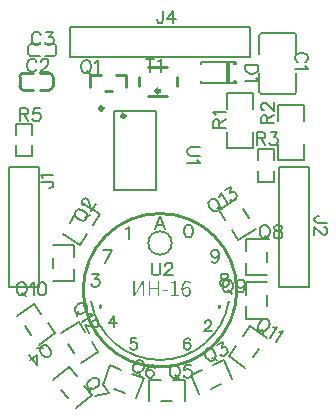
<source format=gto>
G04 Layer: TopSilkscreenLayer*
G04 EasyEDA v6.5.48, 2025-02-28 21:12:29*
G04 f07ec6733612464396c25f3e913e17d3,f6e0bafd38ec4930a7932960837fbf78,10*
G04 Gerber Generator version 0.2*
G04 Scale: 100 percent, Rotated: No, Reflected: No *
G04 Dimensions in millimeters *
G04 leading zeros omitted , absolute positions ,4 integer and 5 decimal *
%FSLAX45Y45*%
%MOMM*%

%ADD10C,0.1524*%
%ADD11C,0.1520*%
%ADD12C,0.2540*%
%ADD13C,0.1520*%
%ADD14C,0.2032*%
%ADD15C,0.2030*%
%ADD16C,0.3000*%
%ADD17C,0.0195*%

%LPD*%
G36*
X1506118Y-2169820D02*
G01*
X1501495Y-2170023D01*
X1496923Y-2170734D01*
X1492453Y-2171954D01*
X1488135Y-2173630D01*
X1484020Y-2175865D01*
X1480058Y-2178608D01*
X1476349Y-2181961D01*
X1472895Y-2185873D01*
X1469745Y-2190394D01*
X1466900Y-2195525D01*
X1464411Y-2201316D01*
X1462328Y-2207768D01*
X1460652Y-2214880D01*
X1459382Y-2222652D01*
X1458620Y-2231186D01*
X1458366Y-2240432D01*
X1458706Y-2249830D01*
X1472590Y-2249830D01*
X1479448Y-2242007D01*
X1486458Y-2236724D01*
X1493367Y-2233726D01*
X1499768Y-2232812D01*
X1505661Y-2233320D01*
X1510690Y-2234895D01*
X1514957Y-2237435D01*
X1518361Y-2240889D01*
X1521053Y-2245207D01*
X1522933Y-2250287D01*
X1524050Y-2256078D01*
X1524406Y-2262530D01*
X1523949Y-2269083D01*
X1522679Y-2275027D01*
X1520596Y-2280310D01*
X1517853Y-2284730D01*
X1514449Y-2288336D01*
X1510588Y-2291029D01*
X1506270Y-2292705D01*
X1501546Y-2293264D01*
X1497380Y-2292908D01*
X1493520Y-2291943D01*
X1489964Y-2290368D01*
X1486763Y-2288133D01*
X1483868Y-2285339D01*
X1481277Y-2281936D01*
X1478991Y-2277922D01*
X1477060Y-2273401D01*
X1475435Y-2268270D01*
X1474165Y-2262632D01*
X1473200Y-2256485D01*
X1472590Y-2249830D01*
X1458706Y-2249830D01*
X1459179Y-2255418D01*
X1460195Y-2262225D01*
X1461566Y-2268474D01*
X1463294Y-2274265D01*
X1465376Y-2279497D01*
X1467815Y-2284272D01*
X1470507Y-2288540D01*
X1473555Y-2292350D01*
X1476857Y-2295601D01*
X1480413Y-2298395D01*
X1484172Y-2300630D01*
X1488236Y-2302408D01*
X1492453Y-2303678D01*
X1496923Y-2304440D01*
X1501546Y-2304694D01*
X1506372Y-2304338D01*
X1511046Y-2303322D01*
X1515516Y-2301646D01*
X1519732Y-2299360D01*
X1523644Y-2296464D01*
X1527149Y-2293061D01*
X1530299Y-2289098D01*
X1532991Y-2284628D01*
X1535176Y-2279700D01*
X1536750Y-2274366D01*
X1537766Y-2268626D01*
X1538122Y-2262530D01*
X1537817Y-2256078D01*
X1537004Y-2250186D01*
X1535582Y-2244801D01*
X1533702Y-2240026D01*
X1531264Y-2235809D01*
X1528368Y-2232101D01*
X1525016Y-2229002D01*
X1521206Y-2226462D01*
X1517040Y-2224430D01*
X1512417Y-2223008D01*
X1507388Y-2222195D01*
X1502054Y-2221890D01*
X1494129Y-2223008D01*
X1486204Y-2226157D01*
X1478737Y-2231085D01*
X1472082Y-2237638D01*
X1472590Y-2227783D01*
X1473657Y-2219045D01*
X1475232Y-2211374D01*
X1477314Y-2204720D01*
X1479854Y-2198979D01*
X1482801Y-2194204D01*
X1486103Y-2190292D01*
X1489710Y-2187194D01*
X1493621Y-2184857D01*
X1497787Y-2183231D01*
X1502105Y-2182317D01*
X1506626Y-2182012D01*
X1512519Y-2182672D01*
X1518107Y-2184654D01*
X1523288Y-2187803D01*
X1527708Y-2191918D01*
X1535836Y-2183028D01*
X1530045Y-2177745D01*
X1523288Y-2173579D01*
X1515313Y-2170785D01*
G37*
G36*
X1049934Y-2172360D02*
G01*
X1049934Y-2302408D01*
X1065428Y-2302408D01*
X1115466Y-2217572D01*
X1129690Y-2191410D01*
X1130706Y-2191410D01*
X1129030Y-2215997D01*
X1128725Y-2226005D01*
X1128674Y-2302408D01*
X1143152Y-2302408D01*
X1143152Y-2172360D01*
X1127658Y-2172360D01*
X1077874Y-2256942D01*
X1063650Y-2283104D01*
X1062888Y-2283104D01*
X1064310Y-2257856D01*
X1064615Y-2247696D01*
X1064666Y-2172360D01*
G37*
G36*
X1179474Y-2172360D02*
G01*
X1179474Y-2302408D01*
X1194206Y-2302408D01*
X1194206Y-2240178D01*
X1256944Y-2240178D01*
X1256944Y-2302408D01*
X1271676Y-2302408D01*
X1271676Y-2172360D01*
X1256944Y-2172360D01*
X1256944Y-2227478D01*
X1194206Y-2227478D01*
X1194206Y-2172360D01*
G37*
G36*
X1398930Y-2172360D02*
G01*
X1393647Y-2175154D01*
X1387551Y-2177542D01*
X1380642Y-2179574D01*
X1372768Y-2181250D01*
X1372768Y-2190648D01*
X1395628Y-2190648D01*
X1395628Y-2290216D01*
X1366418Y-2290216D01*
X1366418Y-2302408D01*
X1436522Y-2302408D01*
X1436522Y-2290216D01*
X1410106Y-2290216D01*
X1410106Y-2172360D01*
G37*
G36*
X1297838Y-2247036D02*
G01*
X1297838Y-2258466D01*
X1342796Y-2258466D01*
X1342796Y-2247036D01*
G37*
D10*
X2502408Y-319278D02*
G01*
X2512822Y-313944D01*
X2523236Y-303529D01*
X2528315Y-293370D01*
X2528315Y-272542D01*
X2523236Y-262128D01*
X2512822Y-251713D01*
X2502408Y-246379D01*
X2486659Y-241300D01*
X2460752Y-241300D01*
X2445258Y-246379D01*
X2434843Y-251713D01*
X2424429Y-262128D01*
X2419350Y-272542D01*
X2419350Y-293370D01*
X2424429Y-303529D01*
X2434843Y-313944D01*
X2445258Y-319278D01*
X2507488Y-353568D02*
G01*
X2512822Y-363981D01*
X2528315Y-379476D01*
X2419350Y-379476D01*
X230378Y-316992D02*
G01*
X225044Y-306578D01*
X214629Y-296163D01*
X204470Y-291084D01*
X183642Y-291084D01*
X173228Y-296163D01*
X162813Y-306578D01*
X157479Y-316992D01*
X152400Y-332739D01*
X152400Y-358647D01*
X157479Y-374142D01*
X162813Y-384555D01*
X173228Y-394970D01*
X183642Y-400050D01*
X204470Y-400050D01*
X214629Y-394970D01*
X225044Y-384555D01*
X230378Y-374142D01*
X269747Y-316992D02*
G01*
X269747Y-311912D01*
X275081Y-301497D01*
X280162Y-296163D01*
X290576Y-291084D01*
X311404Y-291084D01*
X321818Y-296163D01*
X326897Y-301497D01*
X332231Y-311912D01*
X332231Y-322326D01*
X326897Y-332739D01*
X316484Y-348234D01*
X264668Y-400050D01*
X337312Y-400050D01*
X268478Y-88392D02*
G01*
X263144Y-77978D01*
X252729Y-67563D01*
X242570Y-62484D01*
X221742Y-62484D01*
X211328Y-67563D01*
X200913Y-77978D01*
X195579Y-88392D01*
X190500Y-104139D01*
X190500Y-130047D01*
X195579Y-145542D01*
X200913Y-155955D01*
X211328Y-166370D01*
X221742Y-171450D01*
X242570Y-171450D01*
X252729Y-166370D01*
X263144Y-155955D01*
X268478Y-145542D01*
X313181Y-62484D02*
G01*
X370331Y-62484D01*
X339089Y-104139D01*
X354584Y-104139D01*
X364997Y-109220D01*
X370331Y-114300D01*
X375412Y-130047D01*
X375412Y-140462D01*
X370331Y-155955D01*
X359918Y-166370D01*
X344170Y-171450D01*
X328676Y-171450D01*
X313181Y-166370D01*
X307847Y-161289D01*
X302768Y-150876D01*
X2109215Y-342900D02*
G01*
X2000250Y-342900D01*
X2109215Y-342900D02*
G01*
X2109215Y-379221D01*
X2104136Y-394970D01*
X2093722Y-405129D01*
X2083308Y-410463D01*
X2067559Y-415544D01*
X2041652Y-415544D01*
X2026158Y-410463D01*
X2015743Y-405129D01*
X2005329Y-394970D01*
X2000250Y-379221D01*
X2000250Y-342900D01*
X2088388Y-449834D02*
G01*
X2093722Y-460247D01*
X2109215Y-475995D01*
X2000250Y-475995D01*
X265684Y-1332229D02*
G01*
X348742Y-1332229D01*
X364489Y-1337563D01*
X369570Y-1342644D01*
X374650Y-1353057D01*
X374650Y-1363471D01*
X369570Y-1373886D01*
X364489Y-1379220D01*
X348742Y-1384300D01*
X338328Y-1384300D01*
X286512Y-1297939D02*
G01*
X281178Y-1287779D01*
X265684Y-1272031D01*
X374650Y-1272031D01*
X2693410Y-1677670D02*
G01*
X2610352Y-1677670D01*
X2594604Y-1672336D01*
X2589524Y-1667255D01*
X2584444Y-1656842D01*
X2584444Y-1646428D01*
X2589524Y-1636013D01*
X2594604Y-1630679D01*
X2610352Y-1625600D01*
X2620766Y-1625600D01*
X2667502Y-1717039D02*
G01*
X2672582Y-1717039D01*
X2682996Y-1722120D01*
X2688330Y-1727454D01*
X2693410Y-1737868D01*
X2693410Y-1758695D01*
X2688330Y-1769110D01*
X2682996Y-1774189D01*
X2672582Y-1779270D01*
X2662168Y-1779270D01*
X2651754Y-1774189D01*
X2636260Y-1763776D01*
X2584444Y-1711960D01*
X2584444Y-1784604D01*
X640842Y-303784D02*
G01*
X630428Y-308863D01*
X620013Y-319278D01*
X614679Y-329692D01*
X609600Y-345439D01*
X609600Y-371347D01*
X614679Y-386842D01*
X620013Y-397255D01*
X630428Y-407670D01*
X640842Y-412750D01*
X661670Y-412750D01*
X671829Y-407670D01*
X682244Y-397255D01*
X687578Y-386842D01*
X692657Y-371347D01*
X692657Y-345439D01*
X687578Y-329692D01*
X682244Y-319278D01*
X671829Y-308863D01*
X661670Y-303784D01*
X640842Y-303784D01*
X656336Y-392176D02*
G01*
X687578Y-423163D01*
X726947Y-324612D02*
G01*
X737362Y-319278D01*
X753110Y-303784D01*
X753110Y-412750D01*
X555459Y-1592981D02*
G01*
X554243Y-1604510D01*
X557555Y-1618858D01*
X563559Y-1628902D01*
X574227Y-1641556D01*
X596198Y-1655284D01*
X612028Y-1659183D01*
X623684Y-1660179D01*
X638037Y-1656869D01*
X647865Y-1650730D01*
X658903Y-1633059D01*
X659973Y-1621754D01*
X656666Y-1607411D01*
X650659Y-1597362D01*
X640212Y-1584845D01*
X618238Y-1571111D01*
X602190Y-1567080D01*
X590537Y-1566085D01*
X576188Y-1569399D01*
X566496Y-1575325D01*
X555459Y-1592981D01*
X638627Y-1626684D02*
G01*
X681461Y-1616616D01*
X625886Y-1529168D02*
G01*
X621576Y-1526473D01*
X615436Y-1516649D01*
X613742Y-1509301D01*
X614946Y-1497777D01*
X625853Y-1480332D01*
X635680Y-1474185D01*
X643028Y-1472488D01*
X654552Y-1473707D01*
X663381Y-1479222D01*
X669526Y-1489044D01*
X677146Y-1506087D01*
X693496Y-1577705D01*
X732121Y-1515884D01*
X1670169Y-2748795D02*
G01*
X1662724Y-2757670D01*
X1657449Y-2771419D01*
X1656811Y-2783103D01*
X1658574Y-2799554D01*
X1669110Y-2823225D01*
X1680055Y-2835315D01*
X1689168Y-2842658D01*
X1702915Y-2847934D01*
X1714492Y-2848338D01*
X1733522Y-2839872D01*
X1740740Y-2831094D01*
X1746016Y-2817347D01*
X1746651Y-2805658D01*
X1744992Y-2789443D01*
X1734454Y-2765770D01*
X1723407Y-2753451D01*
X1714296Y-2746108D01*
X1700550Y-2740832D01*
X1689199Y-2740324D01*
X1670169Y-2748795D01*
X1720278Y-2823240D02*
G01*
X1761426Y-2838843D01*
X1758348Y-2709532D02*
G01*
X1810557Y-2686291D01*
X1798960Y-2737050D01*
X1813349Y-2730649D01*
X1824926Y-2731051D01*
X1831634Y-2733626D01*
X1842909Y-2745846D01*
X1847146Y-2755356D01*
X1848573Y-2771686D01*
X1843295Y-2785430D01*
X1831212Y-2796372D01*
X1817057Y-2802674D01*
X1800605Y-2804441D01*
X1793895Y-2801863D01*
X1784789Y-2794525D01*
X347314Y-2804050D02*
G01*
X352757Y-2793817D01*
X355061Y-2779270D01*
X353255Y-2767711D01*
X348109Y-2751985D01*
X332879Y-2731025D01*
X319664Y-2721475D01*
X309227Y-2716184D01*
X294680Y-2713880D01*
X283270Y-2715895D01*
X266418Y-2728135D01*
X261185Y-2738216D01*
X258881Y-2752763D01*
X260687Y-2764325D01*
X265684Y-2779844D01*
X280913Y-2800804D01*
X294279Y-2810558D01*
X304716Y-2815849D01*
X319262Y-2818152D01*
X330466Y-2816291D01*
X347314Y-2804050D01*
X282826Y-2741645D02*
G01*
X239336Y-2734939D01*
X235531Y-2885267D02*
G01*
X234957Y-2795889D01*
X171871Y-2841724D01*
X235531Y-2885267D02*
G01*
X171483Y-2797111D01*
X1390134Y-2881891D02*
G01*
X1379717Y-2886974D01*
X1369303Y-2897385D01*
X1363969Y-2907799D01*
X1358892Y-2923552D01*
X1358892Y-2949458D01*
X1363972Y-2964952D01*
X1369303Y-2975363D01*
X1379717Y-2985780D01*
X1390134Y-2990860D01*
X1410962Y-2990857D01*
X1421117Y-2985777D01*
X1431533Y-2975363D01*
X1436867Y-2964947D01*
X1441947Y-2949455D01*
X1441947Y-2923545D01*
X1436867Y-2907797D01*
X1431533Y-2897385D01*
X1421122Y-2886976D01*
X1410957Y-2881894D01*
X1390134Y-2881891D01*
X1405625Y-2970281D02*
G01*
X1436867Y-3001271D01*
X1538724Y-2881891D02*
G01*
X1486654Y-2881891D01*
X1481574Y-2928627D01*
X1486654Y-2923547D01*
X1502392Y-2918213D01*
X1517896Y-2918208D01*
X1533387Y-2923552D01*
X1543804Y-2933707D01*
X1549138Y-2949458D01*
X1549135Y-2959872D01*
X1543804Y-2975363D01*
X1533387Y-2985780D01*
X1517896Y-2990860D01*
X1502404Y-2990855D01*
X1486654Y-2985777D01*
X1481576Y-2980697D01*
X1476237Y-2970283D01*
X1104935Y-2843590D02*
G01*
X1093393Y-2844601D01*
X1079936Y-2850588D01*
X1071229Y-2858401D01*
X1060838Y-2871279D01*
X1051554Y-2895472D01*
X1050747Y-2911754D01*
X1051994Y-2923387D01*
X1057986Y-2936844D01*
X1065885Y-2945317D01*
X1085331Y-2952780D01*
X1096637Y-2951680D01*
X1110086Y-2945688D01*
X1118803Y-2937880D01*
X1129096Y-2925234D01*
X1138382Y-2901045D01*
X1139289Y-2884528D01*
X1138034Y-2872889D01*
X1132044Y-2859440D01*
X1124379Y-2851050D01*
X1104935Y-2843590D01*
X1087724Y-2931662D02*
G01*
X1105786Y-2971787D01*
X1238102Y-2911302D02*
G01*
X1236858Y-2899669D01*
X1224211Y-2889374D01*
X1214488Y-2885640D01*
X1198204Y-2884835D01*
X1182837Y-2895803D01*
X1168572Y-2918076D01*
X1159289Y-2942267D01*
X1156804Y-2963621D01*
X1162796Y-2977075D01*
X1175438Y-2987370D01*
X1180180Y-2989191D01*
X1196703Y-2990093D01*
X1210157Y-2984101D01*
X1220449Y-2971457D01*
X1222367Y-2966481D01*
X1223175Y-2950192D01*
X1217185Y-2936737D01*
X1204305Y-2926351D01*
X1199563Y-2924530D01*
X1183274Y-2923722D01*
X1169822Y-2929714D01*
X1159289Y-2942267D01*
X747699Y-2997829D02*
G01*
X737199Y-2992935D01*
X722551Y-2991396D01*
X711100Y-2993804D01*
X695665Y-2999767D01*
X675533Y-3016072D01*
X666686Y-3029770D01*
X661949Y-3040468D01*
X660410Y-3055117D01*
X663016Y-3066407D01*
X676122Y-3082592D01*
X686465Y-3087293D01*
X701116Y-3088830D01*
X712561Y-3086422D01*
X727801Y-3080621D01*
X747933Y-3064316D01*
X756975Y-3050456D01*
X761712Y-3039757D01*
X763254Y-3025109D01*
X760806Y-3014017D01*
X747699Y-2997829D01*
X688756Y-3065500D02*
G01*
X684334Y-3109280D01*
X847765Y-3121400D02*
G01*
X730313Y-3149511D01*
X801885Y-3064748D02*
G01*
X847765Y-3121400D01*
X2152141Y-1700763D02*
G01*
X2141722Y-1705846D01*
X2131308Y-1716262D01*
X2125972Y-1726674D01*
X2120889Y-1742419D01*
X2120897Y-1768327D01*
X2125972Y-1783824D01*
X2131308Y-1794235D01*
X2141720Y-1804649D01*
X2152134Y-1809729D01*
X2172962Y-1809724D01*
X2183124Y-1804649D01*
X2193538Y-1794235D01*
X2198875Y-1783821D01*
X2203947Y-1768322D01*
X2203947Y-1742424D01*
X2198875Y-1726671D01*
X2193538Y-1716257D01*
X2183124Y-1705843D01*
X2172964Y-1700763D01*
X2152141Y-1700763D01*
X2167628Y-1789155D02*
G01*
X2198867Y-1820141D01*
X2264402Y-1700766D02*
G01*
X2248656Y-1705841D01*
X2243579Y-1716257D01*
X2243576Y-1726674D01*
X2248651Y-1737083D01*
X2259068Y-1742417D01*
X2279898Y-1747502D01*
X2295390Y-1752574D01*
X2305806Y-1762991D01*
X2311143Y-1773402D01*
X2311140Y-1789160D01*
X2305804Y-1799564D01*
X2300726Y-1804654D01*
X2284978Y-1809727D01*
X2264409Y-1809729D01*
X2248651Y-1804652D01*
X2243576Y-1799569D01*
X2238245Y-1789155D01*
X2238240Y-1773407D01*
X2243576Y-1762993D01*
X2253993Y-1752584D01*
X2269487Y-1747499D01*
X2290310Y-1742417D01*
X2300724Y-1737090D01*
X2305804Y-1726666D01*
X2305804Y-1716260D01*
X2300726Y-1705841D01*
X2284976Y-1700763D01*
X2264402Y-1700766D01*
X1838960Y-2159264D02*
G01*
X1828548Y-2164344D01*
X1818131Y-2174758D01*
X1812797Y-2185172D01*
X1807718Y-2200920D01*
X1807718Y-2226828D01*
X1812795Y-2242322D01*
X1818131Y-2252736D01*
X1828545Y-2263150D01*
X1838960Y-2268230D01*
X1859787Y-2268230D01*
X1869947Y-2263150D01*
X1880362Y-2252736D01*
X1885695Y-2242322D01*
X1890776Y-2226828D01*
X1890776Y-2200920D01*
X1885695Y-2185172D01*
X1880362Y-2174758D01*
X1869947Y-2164344D01*
X1859787Y-2159264D01*
X1838960Y-2159264D01*
X1854454Y-2247656D02*
G01*
X1885695Y-2278644D01*
X1992629Y-2195586D02*
G01*
X1987550Y-2211080D01*
X1977136Y-2221494D01*
X1961388Y-2226828D01*
X1956308Y-2226828D01*
X1940813Y-2221494D01*
X1930400Y-2211080D01*
X1925068Y-2195586D01*
X1925065Y-2190506D01*
X1930400Y-2174758D01*
X1940813Y-2164344D01*
X1956308Y-2159266D01*
X1961388Y-2159264D01*
X1977136Y-2164344D01*
X1987550Y-2174758D01*
X1992629Y-2195586D01*
X1992629Y-2221494D01*
X1987550Y-2247656D01*
X1977136Y-2263150D01*
X1961388Y-2268230D01*
X1951227Y-2268230D01*
X1935479Y-2263150D01*
X1930400Y-2252736D01*
X94759Y-2183338D02*
G01*
X84350Y-2188418D01*
X73936Y-2198832D01*
X68602Y-2209243D01*
X63517Y-2224996D01*
X63525Y-2250902D01*
X68600Y-2266398D01*
X73934Y-2276810D01*
X84343Y-2287226D01*
X94759Y-2292309D01*
X115585Y-2292306D01*
X125752Y-2287224D01*
X136164Y-2276812D01*
X141500Y-2266398D01*
X146578Y-2250904D01*
X146583Y-2224994D01*
X141500Y-2209241D01*
X136164Y-2198832D01*
X125752Y-2188420D01*
X115590Y-2183343D01*
X94759Y-2183338D01*
X110258Y-2271730D02*
G01*
X141498Y-2302718D01*
X180868Y-2204166D02*
G01*
X191282Y-2198834D01*
X207030Y-2183340D01*
X207032Y-2292304D01*
X272308Y-2183343D02*
G01*
X256816Y-2188418D01*
X246397Y-2204166D01*
X241325Y-2230074D01*
X241322Y-2245570D01*
X246405Y-2271730D01*
X256814Y-2287224D01*
X272305Y-2292306D01*
X282719Y-2292304D01*
X298467Y-2287224D01*
X308630Y-2271732D01*
X313964Y-2245570D01*
X313964Y-2230074D01*
X308630Y-2204166D01*
X298475Y-2188423D01*
X282722Y-2183335D01*
X272308Y-2183343D01*
X2180107Y-2496680D02*
G01*
X2168697Y-2494668D01*
X2154148Y-2496974D01*
X2143716Y-2502263D01*
X2130346Y-2512016D01*
X2115121Y-2532976D01*
X2110125Y-2548498D01*
X2108316Y-2560055D01*
X2110623Y-2574602D01*
X2116058Y-2584833D01*
X2132911Y-2597076D01*
X2144115Y-2598935D01*
X2158662Y-2596631D01*
X2169096Y-2591346D01*
X2182317Y-2581793D01*
X2197544Y-2560835D01*
X2202690Y-2545110D01*
X2204499Y-2533548D01*
X2202195Y-2519004D01*
X2196960Y-2508920D01*
X2180107Y-2496680D01*
X2140689Y-2577299D02*
G01*
X2147747Y-2620728D01*
X2237529Y-2564140D02*
G01*
X2249088Y-2565946D01*
X2270937Y-2562666D01*
X2206886Y-2650825D01*
X2286434Y-2599672D02*
G01*
X2297788Y-2601330D01*
X2319634Y-2598051D01*
X2255588Y-2686210D01*
X649665Y-2365641D02*
G01*
X639734Y-2359675D01*
X625327Y-2356614D01*
X613686Y-2357810D01*
X597715Y-2362128D01*
X575983Y-2376238D01*
X565759Y-2388936D01*
X559930Y-2399080D01*
X556867Y-2413487D01*
X558276Y-2424991D01*
X569622Y-2442456D01*
X579419Y-2448212D01*
X593824Y-2451275D01*
X605459Y-2450073D01*
X621225Y-2445898D01*
X642950Y-2431785D01*
X653394Y-2418948D01*
X659223Y-2408803D01*
X662282Y-2394394D01*
X661012Y-2383111D01*
X649665Y-2365641D01*
X583971Y-2426776D02*
G01*
X575000Y-2469857D01*
X679096Y-2449197D02*
G01*
X689241Y-2455029D01*
X710811Y-2459794D01*
X619424Y-2519149D01*
X710526Y-2506924D02*
G01*
X714786Y-2504158D01*
X726285Y-2502750D01*
X733666Y-2504320D01*
X743595Y-2510287D01*
X754941Y-2527752D01*
X756353Y-2539255D01*
X754644Y-2546418D01*
X748677Y-2556347D01*
X739942Y-2562021D01*
X728444Y-2563431D01*
X709775Y-2563139D01*
X638101Y-2547904D01*
X677664Y-2608826D01*
X1695912Y-1489463D02*
G01*
X1689940Y-1499395D01*
X1686877Y-1513804D01*
X1688073Y-1525440D01*
X1692396Y-1541414D01*
X1706506Y-1563141D01*
X1719201Y-1573369D01*
X1729341Y-1579196D01*
X1743750Y-1582259D01*
X1755256Y-1580847D01*
X1772721Y-1569509D01*
X1778472Y-1559714D01*
X1781535Y-1545308D01*
X1780339Y-1533662D01*
X1776158Y-1517906D01*
X1762053Y-1496176D01*
X1749211Y-1485732D01*
X1739066Y-1479905D01*
X1724660Y-1476847D01*
X1713377Y-1478117D01*
X1695912Y-1489463D01*
X1757047Y-1555155D02*
G01*
X1800125Y-1564129D01*
X1779463Y-1460037D02*
G01*
X1785292Y-1449885D01*
X1790067Y-1428320D01*
X1849414Y-1519699D01*
X1827339Y-1404112D02*
G01*
X1875269Y-1372979D01*
X1871969Y-1424790D01*
X1884964Y-1416354D01*
X1896463Y-1414945D01*
X1903493Y-1416438D01*
X1916541Y-1426735D01*
X1922216Y-1435473D01*
X1926175Y-1451376D01*
X1923331Y-1465638D01*
X1912889Y-1478478D01*
X1899897Y-1486915D01*
X1883920Y-1491231D01*
X1876897Y-1489735D01*
X1866960Y-1483771D01*
X2095500Y-913384D02*
G01*
X2095500Y-1022350D01*
X2095500Y-913384D02*
G01*
X2142236Y-913384D01*
X2157729Y-918463D01*
X2163063Y-923797D01*
X2168143Y-934212D01*
X2168143Y-944626D01*
X2163063Y-955039D01*
X2157729Y-960120D01*
X2142236Y-965200D01*
X2095500Y-965200D01*
X2131822Y-965200D02*
G01*
X2168143Y-1022350D01*
X2212847Y-913384D02*
G01*
X2269997Y-913384D01*
X2239009Y-955039D01*
X2254504Y-955039D01*
X2264918Y-960120D01*
X2269997Y-965200D01*
X2275331Y-980947D01*
X2275331Y-991362D01*
X2269997Y-1006855D01*
X2259584Y-1017270D01*
X2244090Y-1022350D01*
X2228595Y-1022350D01*
X2212847Y-1017270D01*
X2207768Y-1012189D01*
X2202434Y-1001776D01*
X88900Y-710184D02*
G01*
X88900Y-819150D01*
X88900Y-710184D02*
G01*
X135636Y-710184D01*
X151129Y-715263D01*
X156463Y-720597D01*
X161544Y-731012D01*
X161544Y-741426D01*
X156463Y-751839D01*
X151129Y-756920D01*
X135636Y-762000D01*
X88900Y-762000D01*
X125221Y-762000D02*
G01*
X161544Y-819150D01*
X258318Y-710184D02*
G01*
X206247Y-710184D01*
X201168Y-756920D01*
X206247Y-751839D01*
X221995Y-746505D01*
X237489Y-746505D01*
X252984Y-751839D01*
X263397Y-762000D01*
X268731Y-777747D01*
X268731Y-788162D01*
X263397Y-803655D01*
X252984Y-814070D01*
X237489Y-819150D01*
X221995Y-819150D01*
X206247Y-814070D01*
X201168Y-808989D01*
X195834Y-798576D01*
X1192009Y-291084D02*
G01*
X1192009Y-400050D01*
X1155687Y-291084D02*
G01*
X1228331Y-291084D01*
X1262621Y-311912D02*
G01*
X1273035Y-306578D01*
X1288783Y-291084D01*
X1288783Y-400050D01*
X1206472Y-2015883D02*
G01*
X1206472Y-2093861D01*
X1211552Y-2109355D01*
X1221966Y-2119769D01*
X1237714Y-2124849D01*
X1248128Y-2124849D01*
X1263622Y-2119769D01*
X1274036Y-2109355D01*
X1279116Y-2093861D01*
X1279116Y-2015883D01*
X1318740Y-2041791D02*
G01*
X1318740Y-2036711D01*
X1323820Y-2026297D01*
X1329154Y-2020963D01*
X1339568Y-2015883D01*
X1360142Y-2015883D01*
X1370556Y-2020963D01*
X1375890Y-2026297D01*
X1380970Y-2036711D01*
X1380970Y-2047125D01*
X1375890Y-2057539D01*
X1365476Y-2073033D01*
X1313406Y-2124849D01*
X1386304Y-2124849D01*
D11*
X1278061Y-1623728D02*
G01*
X1236405Y-1732694D01*
X1278061Y-1623728D02*
G01*
X1319463Y-1732694D01*
X1251899Y-1696372D02*
G01*
X1303969Y-1696372D01*
X985324Y-1731490D02*
G01*
X995738Y-1726156D01*
X1011486Y-1710662D01*
X1011486Y-1819882D01*
X866637Y-1906130D02*
G01*
X814567Y-2015096D01*
X793739Y-1906130D02*
G01*
X866637Y-1906130D01*
X702645Y-2109383D02*
G01*
X759795Y-2109383D01*
X728553Y-2150785D01*
X744047Y-2150785D01*
X754461Y-2156119D01*
X759795Y-2161199D01*
X764875Y-2176947D01*
X764875Y-2187107D01*
X759795Y-2202855D01*
X749381Y-2213269D01*
X733633Y-2218349D01*
X718139Y-2218349D01*
X702645Y-2213269D01*
X697311Y-2207935D01*
X692231Y-2197521D01*
X1786681Y-2382918D02*
G01*
X1781601Y-2388252D01*
X1776521Y-2382918D01*
X1781601Y-2377838D01*
X1786681Y-2382918D01*
X1786681Y-2393332D01*
X1776521Y-2403746D01*
X890176Y-2466662D02*
G01*
X844710Y-2530162D01*
X912782Y-2530162D01*
X890176Y-2466662D02*
G01*
X890176Y-2561912D01*
X1076990Y-2657165D02*
G01*
X1031524Y-2657165D01*
X1026952Y-2698059D01*
X1031524Y-2693487D01*
X1045240Y-2688915D01*
X1058702Y-2688915D01*
X1072418Y-2693487D01*
X1081562Y-2702631D01*
X1086134Y-2716093D01*
X1086134Y-2725237D01*
X1081562Y-2738953D01*
X1072418Y-2748097D01*
X1058702Y-2752669D01*
X1045240Y-2752669D01*
X1031524Y-2748097D01*
X1026952Y-2743525D01*
X1022380Y-2734381D01*
X1534099Y-2670797D02*
G01*
X1529527Y-2661653D01*
X1516065Y-2657081D01*
X1506921Y-2657081D01*
X1493205Y-2661653D01*
X1484061Y-2675369D01*
X1479489Y-2697975D01*
X1479489Y-2720835D01*
X1484061Y-2738869D01*
X1493205Y-2748013D01*
X1506921Y-2752585D01*
X1511493Y-2752585D01*
X1524955Y-2748013D01*
X1534099Y-2738869D01*
X1538671Y-2725153D01*
X1538671Y-2720835D01*
X1534099Y-2707119D01*
X1524955Y-2697975D01*
X1511493Y-2693403D01*
X1506921Y-2693403D01*
X1493205Y-2697975D01*
X1484061Y-2707119D01*
X1479489Y-2720835D01*
X1657037Y-2525745D02*
G01*
X1657037Y-2521173D01*
X1661609Y-2512283D01*
X1665927Y-2507711D01*
X1675071Y-2503139D01*
X1693359Y-2503139D01*
X1702503Y-2507711D01*
X1706821Y-2512283D01*
X1711393Y-2521173D01*
X1711393Y-2530317D01*
X1706821Y-2539461D01*
X1697931Y-2553177D01*
X1652465Y-2598643D01*
X1715965Y-2598643D01*
X776671Y-2382987D02*
G01*
X771591Y-2388067D01*
X766511Y-2382987D01*
X771591Y-2377653D01*
X776671Y-2382987D01*
X776671Y-2393401D01*
X766511Y-2403815D01*
X1810410Y-2109365D02*
G01*
X1794662Y-2114445D01*
X1789582Y-2124859D01*
X1789582Y-2135273D01*
X1794662Y-2145687D01*
X1805076Y-2150767D01*
X1825904Y-2156101D01*
X1841652Y-2161181D01*
X1851812Y-2171595D01*
X1857146Y-2182009D01*
X1857146Y-2197503D01*
X1851812Y-2207917D01*
X1846732Y-2213251D01*
X1831238Y-2218331D01*
X1810410Y-2218331D01*
X1794662Y-2213251D01*
X1789582Y-2207917D01*
X1784502Y-2197503D01*
X1784502Y-2182009D01*
X1789582Y-2171595D01*
X1799996Y-2161181D01*
X1815490Y-2156101D01*
X1836318Y-2150767D01*
X1846732Y-2145687D01*
X1851812Y-2135273D01*
X1851812Y-2124859D01*
X1846732Y-2114445D01*
X1831238Y-2109365D01*
X1810410Y-2109365D01*
X1775838Y-1942480D02*
G01*
X1770504Y-1957974D01*
X1760090Y-1968388D01*
X1744596Y-1973722D01*
X1739516Y-1973722D01*
X1723768Y-1968388D01*
X1713354Y-1957974D01*
X1708274Y-1942480D01*
X1708274Y-1937146D01*
X1713354Y-1921652D01*
X1723768Y-1911238D01*
X1739516Y-1906158D01*
X1744596Y-1906158D01*
X1760090Y-1911238D01*
X1770504Y-1921652D01*
X1775838Y-1942480D01*
X1775838Y-1968388D01*
X1770504Y-1994296D01*
X1760090Y-2010044D01*
X1744596Y-2015124D01*
X1734182Y-2015124D01*
X1718688Y-2010044D01*
X1713354Y-1999630D01*
X1512539Y-1693557D02*
G01*
X1497045Y-1698891D01*
X1486631Y-1714385D01*
X1481297Y-1740547D01*
X1481297Y-1756041D01*
X1486631Y-1781949D01*
X1497045Y-1797697D01*
X1512539Y-1802777D01*
X1522953Y-1802777D01*
X1538447Y-1797697D01*
X1548861Y-1781949D01*
X1554195Y-1756041D01*
X1554195Y-1740547D01*
X1548861Y-1714385D01*
X1538447Y-1698891D01*
X1522953Y-1693557D01*
X1512539Y-1693557D01*
D10*
X1726184Y-876300D02*
G01*
X1835150Y-876300D01*
X1726184Y-876300D02*
G01*
X1726184Y-829563D01*
X1731263Y-814070D01*
X1736597Y-808736D01*
X1747012Y-803655D01*
X1757426Y-803655D01*
X1767839Y-808736D01*
X1772920Y-814070D01*
X1778000Y-829563D01*
X1778000Y-876300D01*
X1778000Y-839978D02*
G01*
X1835150Y-803655D01*
X1747012Y-769365D02*
G01*
X1741678Y-758952D01*
X1726184Y-743204D01*
X1835150Y-743204D01*
X2132584Y-838200D02*
G01*
X2241550Y-838200D01*
X2132584Y-838200D02*
G01*
X2132584Y-791463D01*
X2137663Y-775970D01*
X2142997Y-770636D01*
X2153411Y-765555D01*
X2163825Y-765555D01*
X2174240Y-770636D01*
X2179320Y-775970D01*
X2184400Y-791463D01*
X2184400Y-838200D01*
X2184400Y-801878D02*
G01*
X2241550Y-765555D01*
X2158491Y-725931D02*
G01*
X2153411Y-725931D01*
X2142997Y-720852D01*
X2137663Y-715518D01*
X2132584Y-705104D01*
X2132584Y-684529D01*
X2137663Y-674115D01*
X2142997Y-668781D01*
X2153411Y-663702D01*
X2163825Y-663702D01*
X2174240Y-668781D01*
X2189734Y-679195D01*
X2241550Y-731265D01*
X2241550Y-658368D01*
X1303068Y117716D02*
G01*
X1303068Y34658D01*
X1297734Y18910D01*
X1292654Y13830D01*
X1282240Y8750D01*
X1271826Y8750D01*
X1261412Y13830D01*
X1256078Y18910D01*
X1250998Y34658D01*
X1250998Y45072D01*
X1389174Y117716D02*
G01*
X1337358Y45072D01*
X1415082Y45072D01*
X1389174Y117716D02*
G01*
X1389174Y8750D01*
X1613915Y-1041400D02*
G01*
X1535937Y-1041400D01*
X1520444Y-1046479D01*
X1510029Y-1056894D01*
X1504950Y-1072642D01*
X1504950Y-1083055D01*
X1510029Y-1098550D01*
X1520444Y-1108963D01*
X1535937Y-1114044D01*
X1613915Y-1114044D01*
X1593087Y-1148334D02*
G01*
X1598421Y-1158747D01*
X1613915Y-1174495D01*
X1504950Y-1174495D01*
X2130679Y-586559D02*
G01*
X2415920Y-586559D01*
X2431161Y-571319D02*
G01*
X2431161Y-407819D01*
X2115438Y-407819D02*
G01*
X2115438Y-571319D01*
X2431161Y-89080D02*
G01*
X2431161Y-252580D01*
X2115438Y-252580D02*
G01*
X2115438Y-89080D01*
X2130679Y-73840D02*
G01*
X2415920Y-73840D01*
D12*
X89598Y-522577D02*
G01*
X89598Y-442574D01*
X200573Y-553562D02*
G01*
X120576Y-553562D01*
X200573Y-411596D02*
G01*
X120576Y-411596D01*
X258163Y-554144D02*
G01*
X338162Y-554144D01*
X369145Y-523161D02*
G01*
X369145Y-443163D01*
X258163Y-412183D02*
G01*
X338162Y-412183D01*
D10*
X177769Y-265760D02*
G01*
X256778Y-265760D01*
X256778Y-166039D02*
G01*
X177769Y-166039D01*
X162529Y-181279D02*
G01*
X162529Y-250520D01*
X381030Y-265760D02*
G01*
X302021Y-265760D01*
X302021Y-166039D02*
G01*
X381030Y-166039D01*
X396270Y-181279D02*
G01*
X396270Y-250520D01*
D13*
X1923300Y-330885D02*
G01*
X1905916Y-330885D01*
X1923300Y-481914D02*
G01*
X1905916Y-481914D01*
X1923300Y-481914D02*
G01*
X1923300Y-493019D01*
X1905916Y-493019D01*
X1905916Y-319780D02*
G01*
X1923300Y-319780D01*
X1923300Y-330885D01*
X1905916Y-330885D02*
G01*
X1905916Y-319780D01*
X1905916Y-493019D02*
G01*
X1905916Y-481914D01*
X1848012Y-493019D02*
G01*
X1848012Y-319780D01*
D10*
X1862300Y-493019D02*
G01*
X1862300Y-319780D01*
X1905916Y-493019D02*
G01*
X1624683Y-493019D01*
X1624683Y-493019D02*
G01*
X1624683Y-476219D01*
X1905916Y-319780D02*
G01*
X1624683Y-319780D01*
X1624683Y-319780D02*
G01*
X1624683Y-336580D01*
D14*
X254000Y-2222500D02*
G01*
X0Y-2222500D01*
X0Y-1206500D01*
X254000Y-1206500D01*
X254000Y-1397000D01*
D15*
X254000Y-2222500D02*
G01*
X254000Y-1397000D01*
D14*
X2285994Y-1206500D02*
G01*
X2539994Y-1206500D01*
X2539994Y-2222500D01*
X2285994Y-2222500D01*
X2285994Y-2032000D01*
D15*
X2285994Y-1206500D02*
G01*
X2285994Y-2032000D01*
D12*
X901799Y-425300D02*
G01*
X988199Y-425300D01*
X988199Y-425300D02*
G01*
X988199Y-525302D01*
X806803Y-565299D02*
G01*
X869596Y-565299D01*
X688200Y-425300D02*
G01*
X774600Y-425300D01*
X688200Y-425300D02*
G01*
X688200Y-525302D01*
D10*
X453900Y-1772958D02*
G01*
X602510Y-1865815D01*
X657707Y-1777481D01*
X616706Y-1512397D02*
G01*
X765322Y-1605262D01*
X710125Y-1693593D01*
X511172Y-1681297D02*
G01*
X559437Y-1604053D01*
X1890468Y-3002051D02*
G01*
X1819196Y-2841960D01*
X1724040Y-2884327D01*
X1609798Y-3127021D02*
G01*
X1538513Y-2966930D01*
X1633672Y-2924561D01*
X1791738Y-3046011D02*
G01*
X1708528Y-3083054D01*
X248018Y-2715775D02*
G01*
X389793Y-2612773D01*
X328569Y-2528506D01*
X67429Y-2467213D02*
G01*
X209202Y-2364209D01*
X270426Y-2448478D01*
X184490Y-2628338D02*
G01*
X130957Y-2554650D01*
X1487119Y-3186412D02*
G01*
X1487121Y-3011167D01*
X1382958Y-3011167D01*
X1179875Y-3186409D02*
G01*
X1179883Y-3011167D01*
X1284041Y-3011172D01*
X1379039Y-3186409D02*
G01*
X1287960Y-3186407D01*
X1077221Y-3159439D02*
G01*
X1140020Y-2995838D01*
X1042776Y-2958510D01*
X790392Y-3049336D02*
G01*
X853188Y-2885739D01*
X950429Y-2923062D01*
X976320Y-3120707D02*
G01*
X891288Y-3088065D01*
X561992Y-3247918D02*
G01*
X698179Y-3137636D01*
X632630Y-3056689D01*
X368642Y-3009150D02*
G01*
X504827Y-2898866D01*
X570379Y-2979816D01*
X493976Y-3163925D02*
G01*
X436659Y-3093140D01*
X2183104Y-1814880D02*
G01*
X2007864Y-1814883D01*
X2007864Y-1919038D01*
X2183104Y-2122119D02*
G01*
X2007870Y-2122124D01*
X2007862Y-2017961D01*
X2183109Y-1922960D02*
G01*
X2183109Y-2014039D01*
X2183107Y-2183180D02*
G01*
X2007867Y-2183180D01*
X2007867Y-2287341D01*
X2183107Y-2490419D02*
G01*
X2007867Y-2490419D01*
X2007867Y-2386258D01*
X2183107Y-2291260D02*
G01*
X2183107Y-2382339D01*
X369592Y-2172916D02*
G01*
X544832Y-2172921D01*
X544832Y-2068756D01*
X369592Y-1865683D02*
G01*
X544835Y-1865678D01*
X544835Y-1969841D01*
X369592Y-2064839D02*
G01*
X369590Y-1973757D01*
X2180470Y-2657713D02*
G01*
X2038700Y-2554706D01*
X1977471Y-2638976D01*
X1999881Y-2906275D02*
G01*
X1858109Y-2803270D01*
X1919330Y-2719003D01*
X2116942Y-2745153D02*
G01*
X2063409Y-2818833D01*
X607090Y-2868950D02*
G01*
X754059Y-2773507D01*
X697329Y-2686151D01*
X439757Y-2611280D02*
G01*
X586727Y-2515836D01*
X643453Y-2603192D01*
X548228Y-2778305D02*
G01*
X498622Y-2701922D01*
X1920204Y-1474449D02*
G01*
X1773240Y-1569890D01*
X1829968Y-1657243D01*
X2087537Y-1732119D02*
G01*
X1940570Y-1827565D01*
X1883844Y-1740207D01*
X1979066Y-1565092D02*
G01*
X2028670Y-1641480D01*
X2237760Y-1151178D02*
G01*
X2237760Y-1055291D01*
X2105639Y-1055291D01*
X2105639Y-1151178D01*
X2237760Y-1236421D02*
G01*
X2237760Y-1332308D01*
X2105639Y-1332308D01*
X2105639Y-1236421D01*
X60939Y-1020521D02*
G01*
X60939Y-1116408D01*
X193060Y-1116408D01*
X193060Y-1020521D01*
X60939Y-935278D02*
G01*
X60939Y-839391D01*
X193060Y-839391D01*
X193060Y-935278D01*
D12*
X1178585Y-358139D02*
G01*
X1336014Y-358139D01*
X1419860Y-445213D02*
G01*
X1419860Y-519986D01*
X1336014Y-607060D02*
G01*
X1178585Y-607060D01*
X1102360Y-519986D02*
G01*
X1102360Y-445213D01*
D10*
X1847890Y-907920D02*
G01*
X1847890Y-1043912D01*
X2063709Y-1043912D01*
X2063709Y-907920D01*
X1847890Y-717679D02*
G01*
X1847890Y-581687D01*
X2063709Y-581687D01*
X2063709Y-717679D01*
X2495509Y-819279D02*
G01*
X2495509Y-683287D01*
X2279690Y-683287D01*
X2279690Y-819279D01*
X2495509Y-1009520D02*
G01*
X2495509Y-1145512D01*
X2279690Y-1145512D01*
X2279690Y-1009520D01*
D14*
X704898Y-22999D02*
G01*
X514398Y-22999D01*
X514398Y-276999D01*
X2038398Y-276999D01*
X2038398Y-22999D01*
D15*
X2038398Y-22999D02*
G01*
X704898Y-22999D01*
D10*
X889660Y-734179D02*
G01*
X1243939Y-734179D01*
X1243939Y-1399420D01*
X889660Y-1399420D01*
X889660Y-734179D01*
G75*
G01*
X2115439Y-571320D02*
G03*
X2130679Y-586560I15240J0D01*
G75*
G01*
X2415921Y-586560D02*
G03*
X2431161Y-571320I0J15240D01*
G75*
G01*
X2115439Y-89080D02*
G02*
X2130679Y-73840I15240J0D01*
G75*
G01*
X2415921Y-73840D02*
G02*
X2431161Y-89080I0J-15240D01*
D12*
G75*
G01*
X369151Y-523161D02*
G02*
X338168Y-554144I-30983J0D01*
G75*
G01*
X338168Y-412178D02*
G02*
X369151Y-443164I0J-30983D01*
G75*
G01*
X120581Y-553563D02*
G02*
X89599Y-522577I0J30983D01*
G75*
G01*
X89599Y-442580D02*
G02*
X120581Y-411597I30982J0D01*
D10*
G75*
G01*
X177770Y-166040D02*
G03*
X162530Y-181280I0J-15240D01*
G75*
G01*
X162530Y-250520D02*
G03*
X177770Y-265760I15240J0D01*
G75*
G01*
X381030Y-166040D02*
G02*
X396270Y-181280I0J-15240D01*
G75*
G01*
X396270Y-250520D02*
G02*
X381030Y-265760I-15240J0D01*
D12*
G75*
G01*
X626389Y-2249993D02*
G02*
X1926412Y-2249993I650012J0D01*
G75*
G01*
X1926412Y-2249993D02*
G02*
X626389Y-2249993I-650011J0D01*
D11*
G75*
G01*
X694428Y-2346990D02*
G03*
X1858373Y-2346990I581973J96988D01*
D16*
G75*
G01
X1272337Y-562051D02*
G03X1272337Y-562051I-15011J0D01*
D12*
G75*
G01
X1926438Y-2250008D02*
G03X1926438Y-2250008I-650011J0D01*
D11*
G75*
G01
X1375435Y-1850009D02*
G03X1375435Y-1850009I-99009J0D01*
D16*
G75*
G01
X979907Y-774294D02*
G03X979907Y-774294I-15011J0D01*
G75*
G01
X794715Y-710870D02*
G03X794715Y-710870I-15011J0D01*
M02*

</source>
